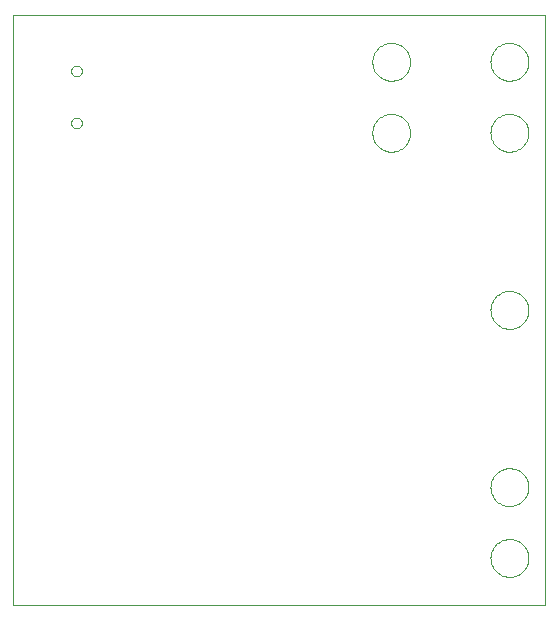
<source format=gbp>
G75*
%MOIN*%
%OFA0B0*%
%FSLAX24Y24*%
%IPPOS*%
%LPD*%
%AMOC8*
5,1,8,0,0,1.08239X$1,22.5*
%
%ADD10C,0.0000*%
D10*
X000486Y001871D02*
X000486Y021556D01*
X018203Y021556D01*
X018203Y001871D01*
X000486Y001871D01*
X012455Y017619D02*
X012457Y017669D01*
X012463Y017719D01*
X012473Y017768D01*
X012487Y017816D01*
X012504Y017863D01*
X012525Y017908D01*
X012550Y017952D01*
X012578Y017993D01*
X012610Y018032D01*
X012644Y018069D01*
X012681Y018103D01*
X012721Y018133D01*
X012763Y018160D01*
X012807Y018184D01*
X012853Y018205D01*
X012900Y018221D01*
X012948Y018234D01*
X012998Y018243D01*
X013047Y018248D01*
X013098Y018249D01*
X013148Y018246D01*
X013197Y018239D01*
X013246Y018228D01*
X013294Y018213D01*
X013340Y018195D01*
X013385Y018173D01*
X013428Y018147D01*
X013469Y018118D01*
X013508Y018086D01*
X013544Y018051D01*
X013576Y018013D01*
X013606Y017973D01*
X013633Y017930D01*
X013656Y017886D01*
X013675Y017840D01*
X013691Y017792D01*
X013703Y017743D01*
X013711Y017694D01*
X013715Y017644D01*
X013715Y017594D01*
X013711Y017544D01*
X013703Y017495D01*
X013691Y017446D01*
X013675Y017398D01*
X013656Y017352D01*
X013633Y017308D01*
X013606Y017265D01*
X013576Y017225D01*
X013544Y017187D01*
X013508Y017152D01*
X013469Y017120D01*
X013428Y017091D01*
X013385Y017065D01*
X013340Y017043D01*
X013294Y017025D01*
X013246Y017010D01*
X013197Y016999D01*
X013148Y016992D01*
X013098Y016989D01*
X013047Y016990D01*
X012998Y016995D01*
X012948Y017004D01*
X012900Y017017D01*
X012853Y017033D01*
X012807Y017054D01*
X012763Y017078D01*
X012721Y017105D01*
X012681Y017135D01*
X012644Y017169D01*
X012610Y017206D01*
X012578Y017245D01*
X012550Y017286D01*
X012525Y017330D01*
X012504Y017375D01*
X012487Y017422D01*
X012473Y017470D01*
X012463Y017519D01*
X012457Y017569D01*
X012455Y017619D01*
X012455Y019982D02*
X012457Y020032D01*
X012463Y020082D01*
X012473Y020131D01*
X012487Y020179D01*
X012504Y020226D01*
X012525Y020271D01*
X012550Y020315D01*
X012578Y020356D01*
X012610Y020395D01*
X012644Y020432D01*
X012681Y020466D01*
X012721Y020496D01*
X012763Y020523D01*
X012807Y020547D01*
X012853Y020568D01*
X012900Y020584D01*
X012948Y020597D01*
X012998Y020606D01*
X013047Y020611D01*
X013098Y020612D01*
X013148Y020609D01*
X013197Y020602D01*
X013246Y020591D01*
X013294Y020576D01*
X013340Y020558D01*
X013385Y020536D01*
X013428Y020510D01*
X013469Y020481D01*
X013508Y020449D01*
X013544Y020414D01*
X013576Y020376D01*
X013606Y020336D01*
X013633Y020293D01*
X013656Y020249D01*
X013675Y020203D01*
X013691Y020155D01*
X013703Y020106D01*
X013711Y020057D01*
X013715Y020007D01*
X013715Y019957D01*
X013711Y019907D01*
X013703Y019858D01*
X013691Y019809D01*
X013675Y019761D01*
X013656Y019715D01*
X013633Y019671D01*
X013606Y019628D01*
X013576Y019588D01*
X013544Y019550D01*
X013508Y019515D01*
X013469Y019483D01*
X013428Y019454D01*
X013385Y019428D01*
X013340Y019406D01*
X013294Y019388D01*
X013246Y019373D01*
X013197Y019362D01*
X013148Y019355D01*
X013098Y019352D01*
X013047Y019353D01*
X012998Y019358D01*
X012948Y019367D01*
X012900Y019380D01*
X012853Y019396D01*
X012807Y019417D01*
X012763Y019441D01*
X012721Y019468D01*
X012681Y019498D01*
X012644Y019532D01*
X012610Y019569D01*
X012578Y019608D01*
X012550Y019649D01*
X012525Y019693D01*
X012504Y019738D01*
X012487Y019785D01*
X012473Y019833D01*
X012463Y019882D01*
X012457Y019932D01*
X012455Y019982D01*
X016392Y019982D02*
X016394Y020032D01*
X016400Y020082D01*
X016410Y020131D01*
X016424Y020179D01*
X016441Y020226D01*
X016462Y020271D01*
X016487Y020315D01*
X016515Y020356D01*
X016547Y020395D01*
X016581Y020432D01*
X016618Y020466D01*
X016658Y020496D01*
X016700Y020523D01*
X016744Y020547D01*
X016790Y020568D01*
X016837Y020584D01*
X016885Y020597D01*
X016935Y020606D01*
X016984Y020611D01*
X017035Y020612D01*
X017085Y020609D01*
X017134Y020602D01*
X017183Y020591D01*
X017231Y020576D01*
X017277Y020558D01*
X017322Y020536D01*
X017365Y020510D01*
X017406Y020481D01*
X017445Y020449D01*
X017481Y020414D01*
X017513Y020376D01*
X017543Y020336D01*
X017570Y020293D01*
X017593Y020249D01*
X017612Y020203D01*
X017628Y020155D01*
X017640Y020106D01*
X017648Y020057D01*
X017652Y020007D01*
X017652Y019957D01*
X017648Y019907D01*
X017640Y019858D01*
X017628Y019809D01*
X017612Y019761D01*
X017593Y019715D01*
X017570Y019671D01*
X017543Y019628D01*
X017513Y019588D01*
X017481Y019550D01*
X017445Y019515D01*
X017406Y019483D01*
X017365Y019454D01*
X017322Y019428D01*
X017277Y019406D01*
X017231Y019388D01*
X017183Y019373D01*
X017134Y019362D01*
X017085Y019355D01*
X017035Y019352D01*
X016984Y019353D01*
X016935Y019358D01*
X016885Y019367D01*
X016837Y019380D01*
X016790Y019396D01*
X016744Y019417D01*
X016700Y019441D01*
X016658Y019468D01*
X016618Y019498D01*
X016581Y019532D01*
X016547Y019569D01*
X016515Y019608D01*
X016487Y019649D01*
X016462Y019693D01*
X016441Y019738D01*
X016424Y019785D01*
X016410Y019833D01*
X016400Y019882D01*
X016394Y019932D01*
X016392Y019982D01*
X016392Y017619D02*
X016394Y017669D01*
X016400Y017719D01*
X016410Y017768D01*
X016424Y017816D01*
X016441Y017863D01*
X016462Y017908D01*
X016487Y017952D01*
X016515Y017993D01*
X016547Y018032D01*
X016581Y018069D01*
X016618Y018103D01*
X016658Y018133D01*
X016700Y018160D01*
X016744Y018184D01*
X016790Y018205D01*
X016837Y018221D01*
X016885Y018234D01*
X016935Y018243D01*
X016984Y018248D01*
X017035Y018249D01*
X017085Y018246D01*
X017134Y018239D01*
X017183Y018228D01*
X017231Y018213D01*
X017277Y018195D01*
X017322Y018173D01*
X017365Y018147D01*
X017406Y018118D01*
X017445Y018086D01*
X017481Y018051D01*
X017513Y018013D01*
X017543Y017973D01*
X017570Y017930D01*
X017593Y017886D01*
X017612Y017840D01*
X017628Y017792D01*
X017640Y017743D01*
X017648Y017694D01*
X017652Y017644D01*
X017652Y017594D01*
X017648Y017544D01*
X017640Y017495D01*
X017628Y017446D01*
X017612Y017398D01*
X017593Y017352D01*
X017570Y017308D01*
X017543Y017265D01*
X017513Y017225D01*
X017481Y017187D01*
X017445Y017152D01*
X017406Y017120D01*
X017365Y017091D01*
X017322Y017065D01*
X017277Y017043D01*
X017231Y017025D01*
X017183Y017010D01*
X017134Y016999D01*
X017085Y016992D01*
X017035Y016989D01*
X016984Y016990D01*
X016935Y016995D01*
X016885Y017004D01*
X016837Y017017D01*
X016790Y017033D01*
X016744Y017054D01*
X016700Y017078D01*
X016658Y017105D01*
X016618Y017135D01*
X016581Y017169D01*
X016547Y017206D01*
X016515Y017245D01*
X016487Y017286D01*
X016462Y017330D01*
X016441Y017375D01*
X016424Y017422D01*
X016410Y017470D01*
X016400Y017519D01*
X016394Y017569D01*
X016392Y017619D01*
X016392Y011714D02*
X016394Y011764D01*
X016400Y011814D01*
X016410Y011863D01*
X016424Y011911D01*
X016441Y011958D01*
X016462Y012003D01*
X016487Y012047D01*
X016515Y012088D01*
X016547Y012127D01*
X016581Y012164D01*
X016618Y012198D01*
X016658Y012228D01*
X016700Y012255D01*
X016744Y012279D01*
X016790Y012300D01*
X016837Y012316D01*
X016885Y012329D01*
X016935Y012338D01*
X016984Y012343D01*
X017035Y012344D01*
X017085Y012341D01*
X017134Y012334D01*
X017183Y012323D01*
X017231Y012308D01*
X017277Y012290D01*
X017322Y012268D01*
X017365Y012242D01*
X017406Y012213D01*
X017445Y012181D01*
X017481Y012146D01*
X017513Y012108D01*
X017543Y012068D01*
X017570Y012025D01*
X017593Y011981D01*
X017612Y011935D01*
X017628Y011887D01*
X017640Y011838D01*
X017648Y011789D01*
X017652Y011739D01*
X017652Y011689D01*
X017648Y011639D01*
X017640Y011590D01*
X017628Y011541D01*
X017612Y011493D01*
X017593Y011447D01*
X017570Y011403D01*
X017543Y011360D01*
X017513Y011320D01*
X017481Y011282D01*
X017445Y011247D01*
X017406Y011215D01*
X017365Y011186D01*
X017322Y011160D01*
X017277Y011138D01*
X017231Y011120D01*
X017183Y011105D01*
X017134Y011094D01*
X017085Y011087D01*
X017035Y011084D01*
X016984Y011085D01*
X016935Y011090D01*
X016885Y011099D01*
X016837Y011112D01*
X016790Y011128D01*
X016744Y011149D01*
X016700Y011173D01*
X016658Y011200D01*
X016618Y011230D01*
X016581Y011264D01*
X016547Y011301D01*
X016515Y011340D01*
X016487Y011381D01*
X016462Y011425D01*
X016441Y011470D01*
X016424Y011517D01*
X016410Y011565D01*
X016400Y011614D01*
X016394Y011664D01*
X016392Y011714D01*
X016392Y005808D02*
X016394Y005858D01*
X016400Y005908D01*
X016410Y005957D01*
X016424Y006005D01*
X016441Y006052D01*
X016462Y006097D01*
X016487Y006141D01*
X016515Y006182D01*
X016547Y006221D01*
X016581Y006258D01*
X016618Y006292D01*
X016658Y006322D01*
X016700Y006349D01*
X016744Y006373D01*
X016790Y006394D01*
X016837Y006410D01*
X016885Y006423D01*
X016935Y006432D01*
X016984Y006437D01*
X017035Y006438D01*
X017085Y006435D01*
X017134Y006428D01*
X017183Y006417D01*
X017231Y006402D01*
X017277Y006384D01*
X017322Y006362D01*
X017365Y006336D01*
X017406Y006307D01*
X017445Y006275D01*
X017481Y006240D01*
X017513Y006202D01*
X017543Y006162D01*
X017570Y006119D01*
X017593Y006075D01*
X017612Y006029D01*
X017628Y005981D01*
X017640Y005932D01*
X017648Y005883D01*
X017652Y005833D01*
X017652Y005783D01*
X017648Y005733D01*
X017640Y005684D01*
X017628Y005635D01*
X017612Y005587D01*
X017593Y005541D01*
X017570Y005497D01*
X017543Y005454D01*
X017513Y005414D01*
X017481Y005376D01*
X017445Y005341D01*
X017406Y005309D01*
X017365Y005280D01*
X017322Y005254D01*
X017277Y005232D01*
X017231Y005214D01*
X017183Y005199D01*
X017134Y005188D01*
X017085Y005181D01*
X017035Y005178D01*
X016984Y005179D01*
X016935Y005184D01*
X016885Y005193D01*
X016837Y005206D01*
X016790Y005222D01*
X016744Y005243D01*
X016700Y005267D01*
X016658Y005294D01*
X016618Y005324D01*
X016581Y005358D01*
X016547Y005395D01*
X016515Y005434D01*
X016487Y005475D01*
X016462Y005519D01*
X016441Y005564D01*
X016424Y005611D01*
X016410Y005659D01*
X016400Y005708D01*
X016394Y005758D01*
X016392Y005808D01*
X016392Y003446D02*
X016394Y003496D01*
X016400Y003546D01*
X016410Y003595D01*
X016424Y003643D01*
X016441Y003690D01*
X016462Y003735D01*
X016487Y003779D01*
X016515Y003820D01*
X016547Y003859D01*
X016581Y003896D01*
X016618Y003930D01*
X016658Y003960D01*
X016700Y003987D01*
X016744Y004011D01*
X016790Y004032D01*
X016837Y004048D01*
X016885Y004061D01*
X016935Y004070D01*
X016984Y004075D01*
X017035Y004076D01*
X017085Y004073D01*
X017134Y004066D01*
X017183Y004055D01*
X017231Y004040D01*
X017277Y004022D01*
X017322Y004000D01*
X017365Y003974D01*
X017406Y003945D01*
X017445Y003913D01*
X017481Y003878D01*
X017513Y003840D01*
X017543Y003800D01*
X017570Y003757D01*
X017593Y003713D01*
X017612Y003667D01*
X017628Y003619D01*
X017640Y003570D01*
X017648Y003521D01*
X017652Y003471D01*
X017652Y003421D01*
X017648Y003371D01*
X017640Y003322D01*
X017628Y003273D01*
X017612Y003225D01*
X017593Y003179D01*
X017570Y003135D01*
X017543Y003092D01*
X017513Y003052D01*
X017481Y003014D01*
X017445Y002979D01*
X017406Y002947D01*
X017365Y002918D01*
X017322Y002892D01*
X017277Y002870D01*
X017231Y002852D01*
X017183Y002837D01*
X017134Y002826D01*
X017085Y002819D01*
X017035Y002816D01*
X016984Y002817D01*
X016935Y002822D01*
X016885Y002831D01*
X016837Y002844D01*
X016790Y002860D01*
X016744Y002881D01*
X016700Y002905D01*
X016658Y002932D01*
X016618Y002962D01*
X016581Y002996D01*
X016547Y003033D01*
X016515Y003072D01*
X016487Y003113D01*
X016462Y003157D01*
X016441Y003202D01*
X016424Y003249D01*
X016410Y003297D01*
X016400Y003346D01*
X016394Y003396D01*
X016392Y003446D01*
X002416Y017946D02*
X002418Y017972D01*
X002424Y017998D01*
X002434Y018023D01*
X002447Y018046D01*
X002463Y018066D01*
X002483Y018084D01*
X002505Y018099D01*
X002528Y018111D01*
X002554Y018119D01*
X002580Y018123D01*
X002606Y018123D01*
X002632Y018119D01*
X002658Y018111D01*
X002682Y018099D01*
X002703Y018084D01*
X002723Y018066D01*
X002739Y018046D01*
X002752Y018023D01*
X002762Y017998D01*
X002768Y017972D01*
X002770Y017946D01*
X002768Y017920D01*
X002762Y017894D01*
X002752Y017869D01*
X002739Y017846D01*
X002723Y017826D01*
X002703Y017808D01*
X002681Y017793D01*
X002658Y017781D01*
X002632Y017773D01*
X002606Y017769D01*
X002580Y017769D01*
X002554Y017773D01*
X002528Y017781D01*
X002504Y017793D01*
X002483Y017808D01*
X002463Y017826D01*
X002447Y017846D01*
X002434Y017869D01*
X002424Y017894D01*
X002418Y017920D01*
X002416Y017946D01*
X002416Y019678D02*
X002418Y019704D01*
X002424Y019730D01*
X002434Y019755D01*
X002447Y019778D01*
X002463Y019798D01*
X002483Y019816D01*
X002505Y019831D01*
X002528Y019843D01*
X002554Y019851D01*
X002580Y019855D01*
X002606Y019855D01*
X002632Y019851D01*
X002658Y019843D01*
X002682Y019831D01*
X002703Y019816D01*
X002723Y019798D01*
X002739Y019778D01*
X002752Y019755D01*
X002762Y019730D01*
X002768Y019704D01*
X002770Y019678D01*
X002768Y019652D01*
X002762Y019626D01*
X002752Y019601D01*
X002739Y019578D01*
X002723Y019558D01*
X002703Y019540D01*
X002681Y019525D01*
X002658Y019513D01*
X002632Y019505D01*
X002606Y019501D01*
X002580Y019501D01*
X002554Y019505D01*
X002528Y019513D01*
X002504Y019525D01*
X002483Y019540D01*
X002463Y019558D01*
X002447Y019578D01*
X002434Y019601D01*
X002424Y019626D01*
X002418Y019652D01*
X002416Y019678D01*
M02*

</source>
